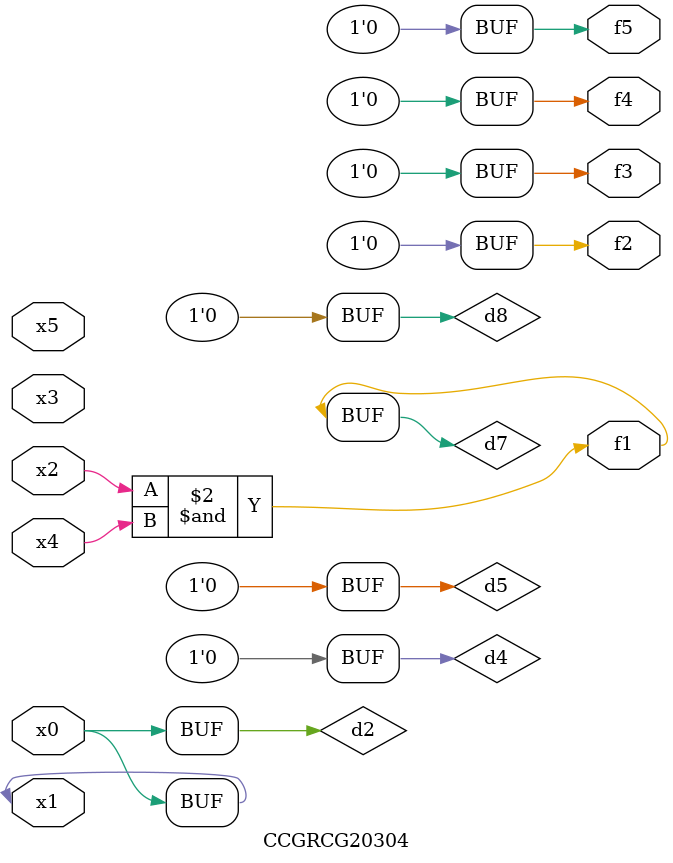
<source format=v>
module CCGRCG20304(
	input x0, x1, x2, x3, x4, x5,
	output f1, f2, f3, f4, f5
);

	wire d1, d2, d3, d4, d5, d6, d7, d8, d9;

	nand (d1, x1);
	buf (d2, x0, x1);
	nand (d3, x2, x4);
	and (d4, d1, d2);
	and (d5, d1, d2);
	nand (d6, d1, d3);
	not (d7, d3);
	xor (d8, d5);
	nor (d9, d5, d6);
	assign f1 = d7;
	assign f2 = d8;
	assign f3 = d8;
	assign f4 = d8;
	assign f5 = d8;
endmodule

</source>
